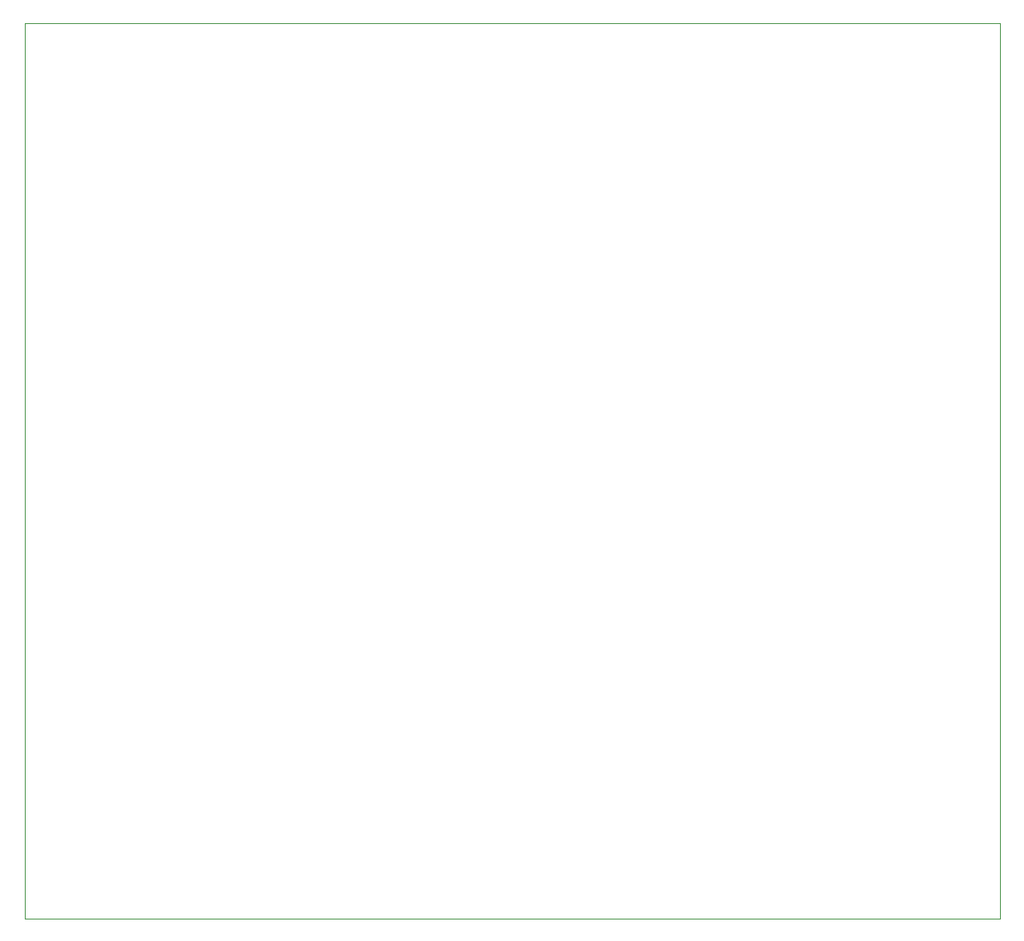
<source format=gm1>
G04 #@! TF.GenerationSoftware,KiCad,Pcbnew,9.0.4*
G04 #@! TF.CreationDate,2025-11-02T00:00:01-05:00*
G04 #@! TF.ProjectId,ece_445_low_power_stripped,6563655f-3434-4355-9f6c-6f775f706f77,rev?*
G04 #@! TF.SameCoordinates,Original*
G04 #@! TF.FileFunction,Profile,NP*
%FSLAX46Y46*%
G04 Gerber Fmt 4.6, Leading zero omitted, Abs format (unit mm)*
G04 Created by KiCad (PCBNEW 9.0.4) date 2025-11-02 00:00:01*
%MOMM*%
%LPD*%
G01*
G04 APERTURE LIST*
G04 #@! TA.AperFunction,Profile*
%ADD10C,0.050000*%
G04 #@! TD*
G04 APERTURE END LIST*
D10*
X113614000Y-38011000D02*
X213360000Y-38011000D01*
X213360000Y-129629000D01*
X113614000Y-129629000D01*
X113614000Y-38011000D01*
M02*

</source>
